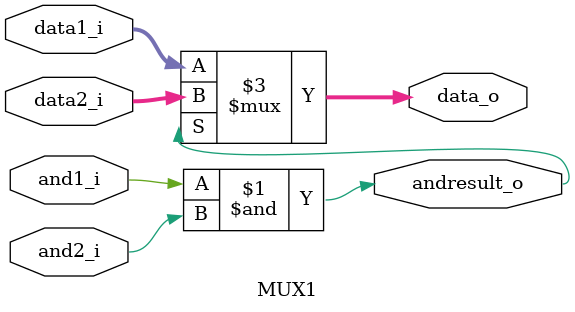
<source format=v>
module MUX1
(
	and1_i,
	and2_i,
	data1_i,
	data2_i,
	data_o,
	andresult_o
);

input			and1_i, and2_i;
input	[31:0]	data1_i,data2_i;
output	[31:0]	data_o;
output			andresult_o;

assign andresult_o = and1_i & and2_i;
assign data_o = (andresult_o == 0)? (data1_i):
				data2_i;

endmodule
</source>
